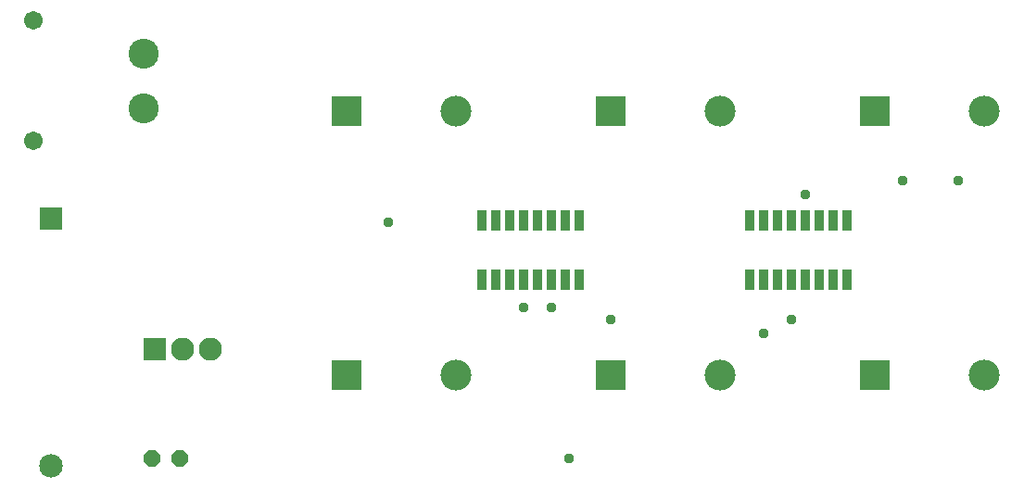
<source format=gbr>
G04 EAGLE Gerber RS-274X export*
G75*
%MOMM*%
%FSLAX34Y34*%
%LPD*%
%INSoldermask Bottom*%
%IPPOS*%
%AMOC8*
5,1,8,0,0,1.08239X$1,22.5*%
G01*
%ADD10R,2.828200X2.828200*%
%ADD11C,2.828200*%
%ADD12R,0.853200X1.841200*%
%ADD13C,2.753200*%
%ADD14C,1.711200*%
%ADD15P,1.649562X8X22.500000*%
%ADD16R,2.123200X2.123200*%
%ADD17C,2.123200*%
%ADD18R,2.153200X2.153200*%
%ADD19C,2.153200*%
%ADD20C,0.959600*%


D10*
X330200Y368300D03*
D11*
X430200Y368300D03*
D10*
X571500Y368300D03*
D11*
X671500Y368300D03*
D10*
X812800Y368300D03*
D11*
X912800Y368300D03*
D10*
X812800Y127000D03*
D11*
X912800Y127000D03*
D10*
X571500Y127000D03*
D11*
X671500Y127000D03*
D10*
X330200Y127000D03*
D11*
X430200Y127000D03*
D12*
X453390Y268360D03*
X466090Y268360D03*
X478790Y268360D03*
X491490Y268360D03*
X504190Y268360D03*
X516890Y268360D03*
X529590Y268360D03*
X542290Y268360D03*
X542290Y214240D03*
X529590Y214240D03*
X516890Y214240D03*
X504190Y214240D03*
X491490Y214240D03*
X478790Y214240D03*
X466090Y214240D03*
X453390Y214240D03*
X698500Y268360D03*
X711200Y268360D03*
X723900Y268360D03*
X736600Y268360D03*
X749300Y268360D03*
X762000Y268360D03*
X774700Y268360D03*
X787400Y268360D03*
X787400Y214240D03*
X774700Y214240D03*
X762000Y214240D03*
X749300Y214240D03*
X736600Y214240D03*
X723900Y214240D03*
X711200Y214240D03*
X698500Y214240D03*
D13*
X144210Y371240D03*
X144210Y421240D03*
D14*
X44210Y451240D03*
X44210Y341240D03*
D15*
X152400Y50800D03*
X177800Y50800D03*
D16*
X154940Y151130D03*
D17*
X180340Y151130D03*
X205740Y151130D03*
D18*
X59690Y270510D03*
D19*
X59690Y44510D03*
D20*
X368300Y266700D03*
X491490Y189230D03*
X516890Y189230D03*
X838200Y304800D03*
X889000Y304800D03*
X711200Y165100D03*
X749300Y292100D03*
X571500Y177800D03*
X533400Y50800D03*
X736600Y177800D03*
M02*

</source>
